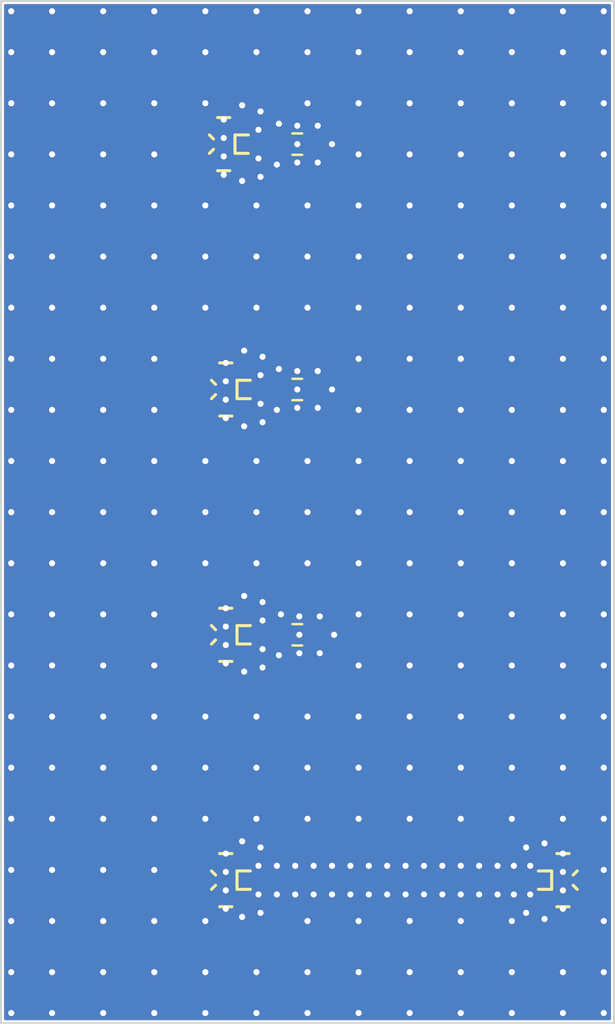
<source format=kicad_pcb>
(kicad_pcb (version 20211014) (generator pcbnew)
  (layers (0 "F.Cu" signal) (1 "In1.Cu" signal) (2 "In2.Cu" signal) (31 "B.Cu" signal) (34 "B.Paste" user) (35 "F.Paste" user) (36 "B.SilkS" user "B.Silkscreen") (37 "F.SilkS" user "F.Silkscreen") (38 "B.Mask" user) (39 "F.Mask" user) (44 "Edge.Cuts" user))
  (net 0 "")
  (net 1 "Net-(R1-Pad1)")
  (net 2 "GND")
  (net 3 "Net-(R2-Pad1)")
  (net 4 "Net-(R3-Pad1)")
  (net 9 "Net-(U4-PadOUT)")
  (footprint "Resistor_SMD:R_0603_1608Metric" (layer "F.Cu") (at 149.5 104)
    (fp_text reference "R2" hide)
    (fp_text value "DNP")
    (fp_line (start -0.237258 0.5225) (end 0.237258 0.5225) (layer "F.SilkS") (width 0.12))
    (fp_line (start -0.237258 -0.5225) (end 0.237258 -0.5225) (layer "F.SilkS") (width 0.12))
    (pad "1" smd roundrect (at -0.825 0) (size 0.8 0.95) (layers "F.Cu" "F.Paste" "F.Mask") (net 3 "Net-(R2-Pad1)"))
    (pad "2" smd roundrect (at 0.825 0) (size 0.8 0.95) (layers "F.Cu" "F.Paste" "F.Mask") (net 2 "GND"))
  )
  (footprint "Resistor_SMD:R_0603_1608Metric" (layer "F.Cu") (at 149.5 92)
    (fp_text reference "R1" hide)
    (fp_text value "0")
    (fp_line (start -0.237258 0.5225) (end 0.237258 0.5225) (layer "F.SilkS") (width 0.12))
    (fp_line (start -0.237258 -0.5225) (end 0.237258 -0.5225) (layer "F.SilkS") (width 0.12))
    (pad "1" smd roundrect (at -0.825 0) (size 0.8 0.95) (layers "F.Cu" "F.Paste" "F.Mask") (net 1 "Net-(R1-Pad1)"))
    (pad "2" smd roundrect (at 0.825 0) (size 0.8 0.95) (layers "F.Cu" "F.Paste" "F.Mask") (net 2 "GND"))
  )
  (footprint "rusty-tracker:MM8130-2600" (layer "F.Cu") (at 146 104 90)
    (fp_text reference "U2" hide)
    (fp_text value "MM8130-2600")
    (fp_line (start 1.3 0.3) (end 1.3 -0.3) (layer "F.SilkS") (width 0.15))
    (fp_line (start -0.45 1.2) (end -0.45 0.55) (layer "F.SilkS") (width 0.15))
    (fp_line (start -1.3 0.3) (end -1.3 -0.3) (layer "F.SilkS") (width 0.15))
    (fp_line (start 0.45 0.55) (end 0.45 1.2) (layer "F.SilkS") (width 0.15))
    (fp_line (start 0.45 -0.7) (end 0.25 -0.5) (layer "F.SilkS") (width 0.15))
    (fp_line (start -0.45 -0.7) (end -0.25 -0.5) (layer "F.SilkS") (width 0.15))
    (fp_line (start -0.45 0.55) (end 0.45 0.55) (layer "F.SilkS") (width 0.15))
    (pad "1" smd rect (at -1.025 -0.95 90) (size 0.75 0.8) (layers "F.Cu" "F.Paste" "F.Mask") (net 2 "GND"))
    (pad "2" smd rect (at 1.025 -0.95 90) (size 0.75 0.8) (layers "F.Cu" "F.Paste" "F.Mask") (net 2 "GND"))
    (pad "3" smd rect (at -1.025 0.95 90) (size 0.75 0.8) (layers "F.Cu" "F.Paste" "F.Mask") (net 2 "GND"))
    (pad "4" smd rect (at 1.025 0.95 90) (size 0.75 0.8) (layers "F.Cu" "F.Paste" "F.Mask") (net 2 "GND"))
    (pad "IN" smd rect (at 0 -1.16 90) (size 0.5 0.58) (layers "F.Cu" "F.Paste" "F.Mask"))
    (pad "OUT" smd rect (at 0 1.16 90) (size 0.5 0.58) (layers "F.Cu" "F.Paste" "F.Mask") (net 3 "Net-(R2-Pad1)"))
    (zone (net 0) (net_name "") (layer "F.Cu") (connect_pads (clearance 0)) (min_thickness 0.01)
      (keepout (tracks allowed) (vias allowed) (pads allowed) (copperpour not_allowed) (footprints allowed))
      (fill (thermal_gap 0.508) (thermal_bridge_width 0.508))
      (polygon (pts (xy 144.65 104.65) (xy 144.65 103.35) (xy 145.45 103.35) (xy 145.45 104.65)))
    )
    (zone (net 0) (net_name "") (layer "F.Cu") (connect_pads (clearance 0)) (min_thickness 0.01)
      (keepout (tracks allowed) (vias allowed) (pads allowed) (copperpour not_allowed) (footprints allowed))
      (fill (thermal_gap 0.508) (thermal_bridge_width 0.508))
      (polygon (pts (xy 146.55 104.65) (xy 146.55 103.35) (xy 147.35 103.35) (xy 147.35 104.65)))
    )
  )
  (footprint "Resistor_SMD:R_0603_1608Metric" (layer "F.Cu") (at 149.5 116)
    (fp_text reference "R3" hide)
    (fp_text value "50")
    (fp_line (start -0.237258 0.5225) (end 0.237258 0.5225) (layer "F.SilkS") (width 0.12))
    (fp_line (start -0.237258 -0.5225) (end 0.237258 -0.5225) (layer "F.SilkS") (width 0.12))
    (pad "1" smd roundrect (at -0.825 0) (size 0.8 0.95) (layers "F.Cu" "F.Paste" "F.Mask") (net 4 "Net-(R3-Pad1)"))
    (pad "2" smd roundrect (at 0.825 0) (size 0.8 0.95) (layers "F.Cu" "F.Paste" "F.Mask") (net 2 "GND"))
  )
  (footprint "rusty-tracker:MM8130-2600" (layer "F.Cu") (at 162.5 128 -90)
    (fp_text reference "U4" hide)
    (fp_text value "MM8130-2600")
    (fp_line (start -0.45 0.55) (end 0.45 0.55) (layer "F.SilkS") (width 0.15))
    (fp_line (start -1.3 0.3) (end -1.3 -0.3) (layer "F.SilkS") (width 0.15))
    (fp_line (start -0.45 -0.7) (end -0.25 -0.5) (layer "F.SilkS") (width 0.15))
    (fp_line (start -0.45 1.2) (end -0.45 0.55) (layer "F.SilkS") (width 0.15))
    (fp_line (start 1.3 0.3) (end 1.3 -0.3) (layer "F.SilkS") (width 0.15))
    (fp_line (start 0.45 0.55) (end 0.45 1.2) (layer "F.SilkS") (width 0.15))
    (fp_line (start 0.45 -0.7) (end 0.25 -0.5) (layer "F.SilkS") (width 0.15))
    (pad "1" smd rect (at -1.025 -0.95 270) (size 0.75 0.8) (layers "F.Cu" "F.Paste" "F.Mask") (net 2 "GND"))
    (pad "2" smd rect (at 1.025 -0.95 270) (size 0.75 0.8) (layers "F.Cu" "F.Paste" "F.Mask") (net 2 "GND"))
    (pad "3" smd rect (at -1.025 0.95 270) (size 0.75 0.8) (layers "F.Cu" "F.Paste" "F.Mask") (net 2 "GND"))
    (pad "4" smd rect (at 1.025 0.95 270) (size 0.75 0.8) (layers "F.Cu" "F.Paste" "F.Mask") (net 2 "GND"))
    (pad "IN" smd rect (at 0 -1.16 270) (size 0.5 0.58) (layers "F.Cu" "F.Paste" "F.Mask"))
    (pad "OUT" smd rect (at 0 1.16 270) (size 0.5 0.58) (layers "F.Cu" "F.Paste" "F.Mask") (net 9 "Net-(U4-PadOUT)"))
    (zone (net 0) (net_name "") (layer "F.Cu") (connect_pads (clearance 0)) (min_thickness 0.01)
      (keepout (tracks allowed) (vias allowed) (pads allowed) (copperpour not_allowed) (footprints allowed))
      (fill (thermal_gap 0.508) (thermal_bridge_width 0.508))
      (polygon (pts (xy 161.95 127.35) (xy 161.95 128.65) (xy 161.15 128.65) (xy 161.15 127.35)))
    )
    (zone (net 0) (net_name "") (layer "F.Cu") (connect_pads (clearance 0)) (min_thickness 0.01)
      (keepout (tracks allowed) (vias allowed) (pads allowed) (copperpour not_allowed) (footprints allowed))
      (fill (thermal_gap 0.508) (thermal_bridge_width 0.508))
      (polygon (pts (xy 163.85 127.35) (xy 163.85 128.65) (xy 163.05 128.65) (xy 163.05 127.35)))
    )
  )
  (footprint "rusty-tracker:MM8130-2600" (layer "F.Cu") (at 145.9 92 90)
    (fp_text reference "U1" hide)
    (fp_text value "MM8130-2600")
    (fp_line (start -1.3 0.3) (end -1.3 -0.3) (layer "F.SilkS") (width 0.15))
    (fp_line (start 0.45 -0.7) (end 0.25 -0.5) (layer "F.SilkS") (width 0.15))
    (fp_line (start 0.45 0.55) (end 0.45 1.2) (layer "F.SilkS") (width 0.15))
    (fp_line (start -0.45 0.55) (end 0.45 0.55) (layer "F.SilkS") (width 0.15))
    (fp_line (start -0.45 -0.7) (end -0.25 -0.5) (layer "F.SilkS") (width 0.15))
    (fp_line (start 1.3 0.3) (end 1.3 -0.3) (layer "F.SilkS") (width 0.15))
    (fp_line (start -0.45 1.2) (end -0.45 0.55) (layer "F.SilkS") (width 0.15))
    (pad "1" smd rect (at -1.025 -0.95 90) (size 0.75 0.8) (layers "F.Cu" "F.Paste" "F.Mask") (net 2 "GND"))
    (pad "2" smd rect (at 1.025 -0.95 90) (size 0.75 0.8) (layers "F.Cu" "F.Paste" "F.Mask") (net 2 "GND"))
    (pad "3" smd rect (at -1.025 0.95 90) (size 0.75 0.8) (layers "F.Cu" "F.Paste" "F.Mask") (net 2 "GND"))
    (pad "4" smd rect (at 1.025 0.95 90) (size 0.75 0.8) (layers "F.Cu" "F.Paste" "F.Mask") (net 2 "GND"))
    (pad "IN" smd rect (at 0 -1.16 90) (size 0.5 0.58) (layers "F.Cu" "F.Paste" "F.Mask"))
    (pad "OUT" smd rect (at 0 1.16 90) (size 0.5 0.58) (layers "F.Cu" "F.Paste" "F.Mask") (net 1 "Net-(R1-Pad1)"))
    (zone (net 0) (net_name "") (layer "F.Cu") (connect_pads (clearance 0)) (min_thickness 0.01)
      (keepout (tracks allowed) (vias allowed) (pads allowed) (copperpour not_allowed) (footprints allowed))
      (fill (thermal_gap 0.508) (thermal_bridge_width 0.508))
      (polygon (pts (xy 146.45 92.65) (xy 146.45 91.35) (xy 147.25 91.35) (xy 147.25 92.65)))
    )
    (zone (net 0) (net_name "") (layer "F.Cu") (connect_pads (clearance 0)) (min_thickness 0.01)
      (keepout (tracks allowed) (vias allowed) (pads allowed) (copperpour not_allowed) (footprints allowed))
      (fill (thermal_gap 0.508) (thermal_bridge_width 0.508))
      (polygon (pts (xy 144.55 92.65) (xy 144.55 91.35) (xy 145.35 91.35) (xy 145.35 92.65)))
    )
  )
  (footprint "rusty-tracker:MM8130-2600" (layer "F.Cu") (at 146 116 90)
    (fp_text reference "U3" hide)
    (fp_text value "MM8130-2600")
    (fp_line (start 1.3 0.3) (end 1.3 -0.3) (layer "F.SilkS") (width 0.15))
    (fp_line (start -1.3 0.3) (end -1.3 -0.3) (layer "F.SilkS") (width 0.15))
    (fp_line (start -0.45 -0.7) (end -0.25 -0.5) (layer "F.SilkS") (width 0.15))
    (fp_line (start 0.45 0.55) (end 0.45 1.2) (layer "F.SilkS") (width 0.15))
    (fp_line (start -0.45 1.2) (end -0.45 0.55) (layer "F.SilkS") (width 0.15))
    (fp_line (start -0.45 0.55) (end 0.45 0.55) (layer "F.SilkS") (width 0.15))
    (fp_line (start 0.45 -0.7) (end 0.25 -0.5) (layer "F.SilkS") (width 0.15))
    (pad "1" smd rect (at -1.025 -0.95 90) (size 0.75 0.8) (layers "F.Cu" "F.Paste" "F.Mask") (net 2 "GND"))
    (pad "2" smd rect (at 1.025 -0.95 90) (size 0.75 0.8) (layers "F.Cu" "F.Paste" "F.Mask") (net 2 "GND"))
    (pad "3" smd rect (at -1.025 0.95 90) (size 0.75 0.8) (layers "F.Cu" "F.Paste" "F.Mask") (net 2 "GND"))
    (pad "4" smd rect (at 1.025 0.95 90) (size 0.75 0.8) (layers "F.Cu" "F.Paste" "F.Mask") (net 2 "GND"))
    (pad "IN" smd rect (at 0 -1.16 90) (size 0.5 0.58) (layers "F.Cu" "F.Paste" "F.Mask"))
    (pad "OUT" smd rect (at 0 1.16 90) (size 0.5 0.58) (layers "F.Cu" "F.Paste" "F.Mask") (net 4 "Net-(R3-Pad1)"))
    (zone (net 0) (net_name "") (layer "F.Cu") (connect_pads (clearance 0)) (min_thickness 0.01)
      (keepout (tracks allowed) (vias allowed) (pads allowed) (copperpour not_allowed) (footprints allowed))
      (fill (thermal_gap 0.508) (thermal_bridge_width 0.508))
      (polygon (pts (xy 144.65 116.65) (xy 144.65 115.35) (xy 145.45 115.35) (xy 145.45 116.65)))
    )
    (zone (net 0) (net_name "") (layer "F.Cu") (connect_pads (clearance 0)) (min_thickness 0.01)
      (keepout (tracks allowed) (vias allowed) (pads allowed) (copperpour not_allowed) (footprints allowed))
      (fill (thermal_gap 0.508) (thermal_bridge_width 0.508))
      (polygon (pts (xy 146.55 116.65) (xy 146.55 115.35) (xy 147.35 115.35) (xy 147.35 116.65)))
    )
  )
  (footprint "rusty-tracker:MM8130-2600" (layer "F.Cu") (at 146 128 90)
    (fp_text reference "U5" hide)
    (fp_text value "MM8130-2600")
    (fp_line (start -0.45 -0.7) (end -0.25 -0.5) (layer "F.SilkS") (width 0.15))
    (fp_line (start 1.3 0.3) (end 1.3 -0.3) (layer "F.SilkS") (width 0.15))
    (fp_line (start 0.45 0.55) (end 0.45 1.2) (layer "F.SilkS") (width 0.15))
    (fp_line (start -0.45 0.55) (end 0.45 0.55) (layer "F.SilkS") (width 0.15))
    (fp_line (start -1.3 0.3) (end -1.3 -0.3) (layer "F.SilkS") (width 0.15))
    (fp_line (start 0.45 -0.7) (end 0.25 -0.5) (layer "F.SilkS") (width 0.15))
    (fp_line (start -0.45 1.2) (end -0.45 0.55) (layer "F.SilkS") (width 0.15))
    (pad "1" smd rect (at -1.025 -0.95 90) (size 0.75 0.8) (layers "F.Cu" "F.Paste" "F.Mask") (net 2 "GND"))
    (pad "2" smd rect (at 1.025 -0.95 90) (size 0.75 0.8) (layers "F.Cu" "F.Paste" "F.Mask") (net 2 "GND"))
    (pad "3" smd rect (at -1.025 0.95 90) (size 0.75 0.8) (layers "F.Cu" "F.Paste" "F.Mask") (net 2 "GND"))
    (pad "4" smd rect (at 1.025 0.95 90) (size 0.75 0.8) (layers "F.Cu" "F.Paste" "F.Mask") (net 2 "GND"))
    (pad "IN" smd rect (at 0 -1.16 90) (size 0.5 0.58) (layers "F.Cu" "F.Paste" "F.Mask"))
    (pad "OUT" smd rect (at 0 1.16 90) (size 0.5 0.58) (layers "F.Cu" "F.Paste" "F.Mask") (net 9 "Net-(U4-PadOUT)"))
    (zone (net 0) (net_name "") (layer "F.Cu") (connect_pads (clearance 0)) (min_thickness 0.01)
      (keepout (tracks allowed) (vias allowed) (pads allowed) (copperpour not_allowed) (footprints allowed))
      (fill (thermal_gap 0.508) (thermal_bridge_width 0.508))
      (polygon (pts (xy 146.55 128.65) (xy 146.55 127.35) (xy 147.35 127.35) (xy 147.35 128.65)))
    )
    (zone (net 0) (net_name "") (layer "F.Cu") (connect_pads (clearance 0)) (min_thickness 0.01)
      (keepout (tracks allowed) (vias allowed) (pads allowed) (copperpour not_allowed) (footprints allowed))
      (fill (thermal_gap 0.508) (thermal_bridge_width 0.508))
      (polygon (pts (xy 144.65 128.65) (xy 144.65 127.35) (xy 145.45 127.35) (xy 145.45 128.65)))
    )
  )
  (gr_rect (start 135 85) (end 165 135) (layer "Edge.Cuts") (width 0.1) (fill none))
  (segment (start 147.06 92) (end 148.675 92) (width 0.34938) (layer "F.Cu") (net 1))
  (via (at 137.5 92.5) (size 0.6) (drill 0.3) (layers "F.Cu" "B.Cu") (net 2))
  (via (at 152.5 87.5) (size 0.6) (drill 0.3) (layers "F.Cu" "B.Cu") (net 2))
  (via (at 155.7 128.7) (size 0.6) (drill 0.3) (layers "F.Cu" "B.Cu") (net 2))
  (via (at 135.5 134.5) (size 0.6) (drill 0.3) (layers "F.Cu" "B.Cu") (net 2))
  (via (at 137.5 120) (size 0.6) (drill 0.3) (layers "F.Cu" "B.Cu") (net 2))
  (via (at 152.5 117.5) (size 0.6) (drill 0.3) (layers "F.Cu" "B.Cu") (net 2))
  (via (at 147.8 114.4) (size 0.6) (drill 0.3) (layers "F.Cu" "B.Cu") (net 2))
  (via (at 162.5 129.4) (size 0.6) (drill 0.3) (layers "F.Cu" "B.Cu") (net 2))
  (via (at 145 112.5) (size 0.6) (drill 0.3) (layers "F.Cu" "B.Cu") (net 2))
  (via (at 164.5 134.5) (size 0.6) (drill 0.3) (layers "F.Cu" "B.Cu") (net 2))
  (via (at 142.5 90) (size 0.6) (drill 0.3) (layers "F.Cu" "B.Cu") (net 2))
  (via (at 155 112.5) (size 0.6) (drill 0.3) (layers "F.Cu" "B.Cu") (net 2))
  (via (at 162.5 120) (size 0.6) (drill 0.3) (layers "F.Cu" "B.Cu") (net 2))
  (via (at 146 129.4) (size 0.6) (drill 0.3) (layers "F.Cu" "B.Cu") (net 2))
  (via (at 140 87.5) (size 0.6) (drill 0.3) (layers "F.Cu" "B.Cu") (net 2))
  (via (at 135.5 85.5) (size 0.6) (drill 0.3) (layers "F.Cu" "B.Cu") (net 2))
  (via (at 153 127.3) (size 0.6) (drill 0.3) (layers "F.Cu" "B.Cu") (net 2))
  (via (at 164.5 122.5) (size 0.6) (drill 0.3) (layers "F.Cu" "B.Cu") (net 2))
  (via (at 147.6 92.7) (size 0.6) (drill 0.3) (layers "F.Cu" "B.Cu") (net 2))
  (via (at 140 125) (size 0.6) (drill 0.3) (layers "F.Cu" "B.Cu") (net 2))
  (via (at 155 122.5) (size 0.6) (drill 0.3) (layers "F.Cu" "B.Cu") (net 2))
  (via (at 146.8 90.1) (size 0.6) (drill 0.3) (layers "F.Cu" "B.Cu") (net 2))
  (via (at 160 105) (size 0.6) (drill 0.3) (layers "F.Cu" "B.Cu") (net 2))
  (via (at 157.5 90) (size 0.6) (drill 0.3) (layers "F.Cu" "B.Cu") (net 2))
  (via (at 164.5 87.5) (size 0.6) (drill 0.3) (layers "F.Cu" "B.Cu") (net 2))
  (via (at 145 130) (size 0.6) (drill 0.3) (layers "F.Cu" "B.Cu") (net 2))
  (via (at 147.8 102.4) (size 0.6) (drill 0.3) (layers "F.Cu" "B.Cu") (net 2))
  (via (at 162.5 110) (size 0.6) (drill 0.3) (layers "F.Cu" "B.Cu") (net 2))
  (via (at 142.5 95) (size 0.6) (drill 0.3) (layers "F.Cu" "B.Cu") (net 2))
  (via (at 150.6 116.9) (size 0.6) (drill 0.3) (layers "F.Cu" "B.Cu") (net 2))
  (via (at 135.5 125) (size 0.6) (drill 0.3) (layers "F.Cu" "B.Cu") (net 2))
  (via (at 149.5 104) (size 0.6) (drill 0.3) (layers "F.Cu" "B.Cu") (net 2))
  (via (at 155 117.5) (size 0.6) (drill 0.3) (layers "F.Cu" "B.Cu") (net 2))
  (via (at 157.5 87.5) (size 0.6) (drill 0.3) (layers "F.Cu" "B.Cu") (net 2))
  (via (at 164.5 132.5) (size 0.6) (drill 0.3) (layers "F.Cu" "B.Cu") (net 2))
  (via (at 145.9 91.7) (size 0.6) (drill 0.3) (layers "F.Cu" "B.Cu") (net 2))
  (via (at 162.5 117.5) (size 0.6) (drill 0.3) (layers "F.Cu" "B.Cu") (net 2))
  (via (at 155 90) (size 0.6) (drill 0.3) (layers "F.Cu" "B.Cu") (net 2))
  (via (at 135.5 110) (size 0.6) (drill 0.3) (layers "F.Cu" "B.Cu") (net 2))
  (via (at 142.5 107.5) (size 0.6) (drill 0.3) (layers "F.Cu" "B.Cu") (net 2))
  (via (at 152.5 105) (size 0.6) (drill 0.3) (layers "F.Cu" "B.Cu") (net 2))
  (via (at 162.5 102.5) (size 0.6) (drill 0.3) (layers "F.Cu" "B.Cu") (net 2))
  (via (at 150 130) (size 0.6) (drill 0.3) (layers "F.Cu" "B.Cu") (net 2))
  (via (at 154.8 127.3) (size 0.6) (drill 0.3) (layers "F.Cu" "B.Cu") (net 2))
  (via (at 148.5 127.3) (size 0.6) (drill 0.3) (layers "F.Cu" "B.Cu") (net 2))
  (via (at 145 110) (size 0.6) (drill 0.3) (layers "F.Cu" "B.Cu") (net 2))
  (via (at 162.5 107.5) (size 0.6) (drill 0.3) (layers "F.Cu" "B.Cu") (net 2))
  (via (at 147.7 104.7) (size 0.6) (drill 0.3) (layers "F.Cu" "B.Cu") (net 2))
  (via (at 153.9 127.3) (size 0.6) (drill 0.3) (layers "F.Cu" "B.Cu") (net 2))
  (via (at 152.5 102.5) (size 0.6) (drill 0.3) (layers "F.Cu" "B.Cu") (net 2))
  (via (at 154.8 128.7) (size 0.6) (drill 0.3) (layers "F.Cu" "B.Cu") (net 2))
  (via (at 150 87.5) (size 0.6) (drill 0.3) (layers "F.Cu" "B.Cu") (net 2))
  (via (at 137.5 117.5) (size 0.6) (drill 0.3) (layers "F.Cu" "B.Cu") (net 2))
  (via (at 137.5 130) (size 0.6) (drill 0.3) (layers "F.Cu" "B.Cu") (net 2))
  (via (at 155 120) (size 0.6) (drill 0.3) (layers "F.Cu" "B.Cu") (net 2))
  (via (at 140 112.5) (size 0.6) (drill 0.3) (layers "F.Cu" "B.Cu") (net 2))
  (via (at 164.5 115) (size 0.6) (drill 0.3) (layers "F.Cu" "B.Cu") (net 2))
  (via (at 147.5 95) (size 0.6) (drill 0.3) (layers "F.Cu" "B.Cu") (net 2))
  (via (at 150 90) (size 0.6) (drill 0.3) (layers "F.Cu" "B.Cu") (net 2))
  (via (at 142.5 115) (size 0.6) (drill 0.3) (layers "F.Cu" "B.Cu") (net 2))
  (via (at 135.5 132.5) (size 0.6) (drill 0.3) (layers "F.Cu" "B.Cu") (net 2))
  (via (at 146.9 117.8) (size 0.6) (drill 0.3) (layers "F.Cu" "B.Cu") (net 2))
  (via (at 157.5 107.5) (size 0.6) (drill 0.3) (layers "F.Cu" "B.Cu") (net 2))
  (via (at 147.5 85.5) (size 0.6) (drill 0.3) (layers "F.Cu" "B.Cu") (net 2))
  (via (at 155 125) (size 0.6) (drill 0.3) (layers "F.Cu" "B.Cu") (net 2))
  (via (at 145 125) (size 0.6) (drill 0.3) (layers "F.Cu" "B.Cu") (net 2))
  (via (at 150 85.5) (size 0.6) (drill 0.3) (layers "F.Cu" "B.Cu") (net 2))
  (via (at 162.5 132.5) (size 0.6) (drill 0.3) (layers "F.Cu" "B.Cu") (net 2))
  (via (at 160 122.5) (size 0.6) (drill 0.3) (layers "F.Cu" "B.Cu") (net 2))
  (via (at 147.5 87.5) (size 0.6) (drill 0.3) (layers "F.Cu" "B.Cu") (net 2))
  (via (at 157.5 105) (size 0.6) (drill 0.3) (layers "F.Cu" "B.Cu") (net 2))
  (via (at 137.5 132.5) (size 0.6) (drill 0.3) (layers "F.Cu" "B.Cu") (net 2))
  (via (at 137.5 95) (size 0.6) (drill 0.3) (layers "F.Cu" "B.Cu") (net 2))
  (via (at 140 130) (size 0.6) (drill 0.3) (layers "F.Cu" "B.Cu") (net 2))
  (via (at 137.5 97.5) (size 0.6) (drill 0.3) (layers "F.Cu" "B.Cu") (net 2))
  (via (at 142.5 102.5) (size 0.6) (drill 0.3) (layers "F.Cu" "B.Cu") (net 2))
  (via (at 164.5 95) (size 0.6) (drill 0.3) (layers "F.Cu" "B.Cu") (net 2))
  (via (at 157.5 125) (size 0.6) (drill 0.3) (layers "F.Cu" "B.Cu") (net 2))
  (via (at 145 122.5) (size 0.6) (drill 0.3) (layers "F.Cu" "B.Cu") (net 2))
  (via (at 153 128.7) (size 0.6) (drill 0.3) (layers "F.Cu" "B.Cu") (net 2))
  (via (at 160 85.5) (size 0.6) (drill 0.3) (layers "F.Cu" "B.Cu") (net 2))
  (via (at 155 97.5) (size 0.6) (drill 0.3) (layers "F.Cu" "B.Cu") (net 2))
  (via (at 157.5 130) (size 0.6) (drill 0.3) (layers "F.Cu" "B.Cu") (net 2))
  (via (at 135.5 115) (size 0.6) (drill 0.3) (layers "F.Cu" "B.Cu") (net 2))
  (via (at 159.3 128.7) (size 0.6) (drill 0.3) (layers "F.Cu" "B.Cu") (net 2))
  (via (at 140 134.5) (size 0.6) (drill 0.3) (layers "F.Cu" "B.Cu") (net 2))
  (via (at 147.8 105.6) (size 0.6) (drill 0.3) (layers "F.Cu" "B.Cu") (net 2))
  (via (at 147.8 115.3) (size 0.6) (drill 0.3) (layers "F.Cu" "B.Cu") (net 2))
  (via (at 145 87.5) (size 0.6) (drill 0.3) (layers "F.Cu" "B.Cu") (net 2))
  (via (at 146.8 129.8) (size 0.6) (drill 0.3) (layers "F.Cu" "B.Cu") (net 2))
  (via (at 152.5 95) (size 0.6) (drill 0.3) (layers "F.Cu" "B.Cu") (net 2))
  (via (at 135.5 102.5) (size 0.6) (drill 0.3) (layers "F.Cu" "B.Cu") (net 2))
  (via (at 160 132.5) (size 0.6) (drill 0.3) (layers "F.Cu" "B.Cu") (net 2))
  (via (at 160 90) (size 0.6) (drill 0.3) (layers "F.Cu" "B.Cu") (net 2))
  (via (at 137.5 102.5) (size 0.6) (drill 0.3) (layers "F.Cu" "B.Cu") (net 2))
  (via (at 147.6 128.7) (size 0.6) (drill 0.3) (layers "F.Cu" "B.Cu") (net 2))
  (via (at 157.5 102.5) (size 0.6) (drill 0.3) (layers "F.Cu" "B.Cu") (net 2))
  (via (at 152.1 128.7) (size 0.6) (drill 0.3) (layers "F.Cu" "B.Cu") (net 2))
  (via (at 135.5 122.5) (size 0.6) (drill 0.3) (layers "F.Cu" "B.Cu") (net 2))
  (via (at 147.5 125) (size 0.6) (drill 0.3) (layers "F.Cu" "B.Cu") (net 2))
  (via (at 135.5 120) (size 0.6) (drill 0.3) (layers "F.Cu" "B.Cu") (net 2))
  (via (at 135.5 105) (size 0.6) (drill 0.3) (layers "F.Cu" "B.Cu") (net 2))
  (via (at 142.5 132.5) (size 0.6) (drill 0.3) (layers "F.Cu" "B.Cu") (net 2))
  (via (at 148.6 103) (size 0.6) (drill 0.3) (layers "F.Cu" "B.Cu") (net 2))
  (via (at 162.5 95) (size 0.6) (drill 0.3) (layers "F.Cu" "B.Cu") (net 2))
  (via (at 155 85.5) (size 0.6) (drill 0.3) (layers "F.Cu" "B.Cu") (net 2))
  (via (at 152.5 100) (size 0.6) (drill 0.3) (layers "F.Cu" "B.Cu") (net 2))
  (via (at 164.5 125) (size 0.6) (drill 0.3) (layers "F.Cu" "B.Cu") (net 2))
  (via (at 146 114.7) (size 0.6) (drill 0.3) (layers "F.Cu" "B.Cu") (net 2))
  (via (at 149.5 92.9) (size 0.6) (drill 0.3) (layers "F.Cu" "B.Cu") (net 2))
  (via (at 147.5 107.5) (size 0.6) (drill 0.3) (layers "F.Cu" "B.Cu") (net 2))
  (via (at 152.5 122.5) (size 0.6) (drill 0.3) (layers "F.Cu" "B.Cu") (net 2))
  (via (at 158.4 128.7) (size 0.6) (drill 0.3) (layers "F.Cu" "B.Cu") (net 2))
  (via (at 155 92.5) (size 0.6) (drill 0.3) (layers "F.Cu" "B.Cu") (net 2))
  (via (at 152.5 115) (size 0.6) (drill 0.3) (layers "F.Cu" "B.Cu") (net 2))
  (via (at 149.6 116) (size 0.6) (drill 0.3) (layers "F.Cu" "B.Cu") (net 2))
  (via (at 146.9 114.1) (size 0.6) (drill 0.3) (layers "F.Cu" "B.Cu") (net 2))
  (via (at 142.5 122.5) (size 0.6) (drill 0.3) (layers "F.Cu" "B.Cu") (net 2))
  (via (at 142.5 130) (size 0.6) (drill 0.3) (layers "F.Cu" "B.Cu") (net 2))
  (via (at 152.5 120) (size 0.6) (drill 0.3) (layers "F.Cu" "B.Cu") (net 2))
  (via (at 160.1 128.7) (size 0.6) (drill 0.3) (layers "F.Cu" "B.Cu") (net 2))
  (via (at 160 107.5) (size 0.6) (drill 0.3) (layers "F.Cu" "B.Cu") (net 2))
  (via (at 147.7 129.6) (size 0.6) (drill 0.3) (layers "F.Cu" "B.Cu") (net 2))
  (via (at 162.5 85.5) (size 0.6) (drill 0.3) (layers "F.Cu" "B.Cu") (net 2))
  (via (at 162.5 87.5) (size 0.6) (drill 0.3) (layers "F.Cu" "B.Cu") (net 2))
  (via (at 162.5 97.5) (size 0.6) (drill 0.3) (layers "F.Cu" "B.Cu") (net 2))
  (via (at 160 130) (size 0.6) (drill 0.3) (layers "F.Cu" "B.Cu") (net 2))
  (via (at 157.5 128.7) (size 0.6) (drill 0.3) (layers "F.Cu" "B.Cu") (net 2))
  (via (at 146.8 126.1) (size 0.6) (drill 0.3) (layers "F.Cu" "B.Cu") (net 2))
  (via (at 151.3 116) (size 0.6) (drill 0.3) (layers "F.Cu" "B.Cu") (net 2))
  (via (at 151.2 104) (size 0.6) (drill 0.3) (layers "F.Cu" "B.Cu") (net 2))
  (via (at 160 110) (size 0.6) (drill 0.3) (layers "F.Cu" "B.Cu") (net 2))
  (via (at 155 100) (size 0.6) (drill 0.3) (layers "F.Cu" "B.Cu") (net 2))
  (via (at 148.5 128.7) (size 0.6) (drill 0.3) (layers "F.Cu" "B.Cu") (net 2))
  (via (at 146.9 105.8) (size 0.6) (drill 0.3) (layers "F.Cu" "B.Cu") (net 2))
  (via (at 160.7 126.4) (size 0.6) (drill 0.3) (layers "F.Cu" "B.Cu") (net 2))
  (via (at 155 130) (size 0.6) (drill 0.3) (layers "F.Cu" "B.Cu") (net 2))
  (via (at 162.5 105) (size 0.6) (drill 0.3) (layers "F.Cu" "B.Cu") (net 2))
  (via (at 150 125) (size 0.6) (drill 0.3) (layers "F.Cu" "B.Cu") (net 2))
  (via (at 150 107.5) (size 0.6) (drill 0.3) (layers "F.Cu" "B.Cu") (net 2))
  (via (at 140 107.5) (size 0.6) (drill 0.3) (layers "F.Cu" "B.Cu") (net 2))
  (via (at 145 95) (size 0.6) (drill 0.3) (layers "F.Cu" "B.Cu") (net 2))
  (via (at 160.9 128.7) (size 0.6) (drill 0.3) (layers "F.Cu" "B.Cu") (net 2))
  (via (at 140 115) (size 0.6) (drill 0.3) (layers "F.Cu" "B.Cu") (net 2))
  (via (at 148.7 115) (size 0.6) (drill 0.3) (layers "F.Cu" "B.Cu") (net 2))
  (via (at 160 92.5) (size 0.6) (drill 0.3) (layers "F.Cu" "B.Cu") (net 2))
  (via (at 160 97.5) (size 0.6) (drill 0.3) (layers "F.Cu" "B.Cu") (net 2))
  (via (at 150.3 128.7) (size 0.6) (drill 0.3) (layers "F.Cu" "B.Cu") (net 2))
  (via (at 135.5 97.5) (size 0.6) (drill 0.3) (layers "F.Cu" "B.Cu") (net 2))
  (via (at 155 115) (size 0.6) (drill 0.3) (layers "F.Cu" "B.Cu") (net 2))
  (via (at 149.6 115.1) (size 0.6) (drill 0.3) (layers "F.Cu" "B.Cu") (net 2))
  (via (at 160.1 127.3) (size 0.6) (drill 0.3) (layers "F.Cu" "B.Cu") (net 2))
  (via (at 140 100) (size 0.6) (drill 0.3) (layers "F.Cu" "B.Cu") (net 2))
  (via (at 150 132.5) (size 0.6) (drill 0.3) (layers "F.Cu" "B.Cu") (net 2))
  (via (at 142.5 97.5) (size 0.6) (drill 0.3) (layers "F.Cu" "B.Cu") (net 2))
  (via (at 135.5 117.5) (size 0.6) (drill 0.3) (layers "F.Cu" "B.Cu") (net 2))
  (via (at 156.6 127.3) (size 0.6) (drill 0.3) (layers "F.Cu" "B.Cu") (net 2))
  (via (at 137.5 134.5) (size 0.6) (drill 0.3) (layers "F.Cu" "B.Cu") (net 2))
  (via (at 152.5 97.5) (size 0.6) (drill 0.3) (layers "F.Cu" "B.Cu") (net 2))
  (via (at 142.5 125) (size 0.6) (drill 0.3) (layers "F.Cu" "B.Cu") (net 2))
  (via (at 159.3 127.3) (size 0.6) (drill 0.3) (layers "F.Cu" "B.Cu") (net 2))
  (via (at 147.5 97.5) (size 0.6) (drill 0.3) (layers "F.Cu" "B.Cu") (net 2))
  (via (at 135.5 130) (size 0.6) (drill 0.3) (layers "F.Cu" "B.Cu") (net 2))
  (via (at 142.5 112.5) (size 0.6) (drill 0.3) (layers "F.Cu" "B.Cu") (net 2))
  (via (at 147.8 117.6) (size 0.6) (drill 0.3) (layers "F.Cu" "B.Cu") (net 2))
  (via (at 140 110) (size 0.6) (drill 0.3) (layers "F.Cu" "B.Cu") (net 2))
  (via (at 137.5 87.5) (size 0.6) (drill 0.3) (layers "F.Cu" "B.Cu") (net 2))
  (via (at 146 117.4) (size 0.6) (drill 0.3) (layers "F.Cu" "B.Cu") (net 2))
  (via (at 147.5 100) (size 0.6) (drill 0.3) (layers "F.Cu" "B.Cu") (net 2))
  (via (at 162.5 122.5) (size 0.6) (drill 0.3) (layers "F.Cu" "B.Cu") (net 2))
  (via (at 140 122.5) (size 0.6) (drill 0.3) (layers "F.Cu" "B.Cu") (net 2))
  (via (at 137.5 105) (size 0.6) (drill 0.3) (layers "F.Cu" "B.Cu") (net 2))
  (via (at 155 110) (size 0.6) (drill 0.3) (layers "F.Cu" "B.Cu") (net 2))
  (via (at 150 110) (size 0.6) (drill 0.3) (layers "F.Cu" "B.Cu") (net 2))
  (via (at 164.5 97.5) (size 0.6) (drill 0.3) (layers "F.Cu" "B.Cu") (net 2))
  (via (at 149.4 127.3) (size 0.6) (drill 0.3) (layers "F.Cu" "B.Cu") (net 2))
  (via (at 164.5 130) (size 0.6) (drill 0.3) (layers "F.Cu" "B.Cu") (net 2))
  (via (at 148.6 91) (size 0.6) (drill 0.3) (layers "F.Cu" "B.Cu") (net 2))
  (via (at 145 134.5) (size 0.6) (drill 0.3) (layers "F.Cu" "B.Cu") (net 2))
  (via (at 157.5 110) (size 0.6) (drill 0.3) (layers "F.Cu" "B.Cu") (net 2))
  (via (at 142.5 100) (size 0.6) (drill 0.3) (layers "F.Cu" "B.Cu") (net 2))
  (via (at 152.5 85.5) (size 0.6) (drill 0.3) (layers "F.Cu" "B.Cu") (net 2))
  (via (at 152.5 132.5) (size 0.6) (drill 0.3) (layers "F.Cu" "B.Cu") (net 2))
  (via (at 157.5 127.3) (size 0.6) (drill 0.3) (layers "F.Cu" "B.Cu") (net 2))
  (via (at 145 107.5) (size 0.6) (drill 0.3) (layers "F.Cu" "B.Cu") (net 2))
  (via (at 142.5 85.5) (size 0.6) (drill 0.3) (layers "F.Cu" "B.Cu") (net 2))
  (via (at 142.5 105) (size 0.6) (drill 0.3) (layers "F.Cu" "B.Cu") (net 2))
  (via (at 142.5 92.5) (size 0.6) (drill 0.3) (layers "F.Cu" "B.Cu") (net 2))
  (via (at 164.5 107.5) (size 0.6) (drill 0.3) (layers "F.Cu" "B.Cu") (net 2))
  (via (at 150.5 103.1) (size 0.6) (drill 0.3) (layers "F.Cu" "B.Cu") (net 2))
  (via (at 135.5 107.5) (size 0.6) (drill 0.3) (layers "F.Cu" "B.Cu") (net 2))
  (via (at 160 125) (size 0.6) (drill 0.3) (layers "F.Cu" "B.Cu") (net 2))
  (via (at 152.5 112.5) (size 0.6) (drill 0.3) (layers "F.Cu" "B.Cu") (net 2))
  (via (at 164.5 112.5) (size 0.6) (drill 0.3) (layers "F.Cu" "B.Cu") (net 2))
  (via (at 147.5 122.5) (size 0.6) (drill 0.3) (layers "F.Cu" "B.Cu") (net 2))
  (via (at 155 132.5) (size 0.6) (drill 0.3) (layers "F.Cu" "B.Cu") (net 2))
  (via (at 164.5 92.5) (size 0.6) (drill 0.3) (layers "F.Cu" "B.Cu") (net 2))
  (via (at 155 87.5) (size 0.6) (drill 0.3) (layers "F.Cu" "B.Cu") (net 2))
  (via (at 135.5 112.5) (size 0.6) (drill 0.3) (layers "F.Cu" "B.Cu") (net 2))
  (via (at 140 120) (size 0.6) (drill 0.3) (layers "F.Cu" "B.Cu") (net 2))
  (via (at 149.4 128.7) (size 0.6) (drill 0.3) (layers "F.Cu" "B.Cu") (net 2))
  (via (at 153.9 128.7) (size 0.6) (drill 0.3) (layers "F.Cu" "B.Cu") (net 2))
  (via (at 146 105.4) (size 0.6) (drill 0.3) (layers "F.Cu" "B.Cu") (net 2))
  (via (at 147.6 127.3) (size 0.6) (drill 0.3) (layers "F.Cu" "B.Cu") (net 2))
  (via (at 135.5 127.5) (size 0.6) (drill 0.3) (layers "F.Cu" "B.Cu") (net 2))
  (via (at 156.6 128.7) (size 0.6) (drill 0.3) (layers "F.Cu" "B.Cu") (net 2))
  (via (at 150 120) (size 0.6) (drill 0.3) (layers "F.Cu" "B.Cu") (net 2))
  (via (at 155.7 127.3) (size 0.6) (drill 0.3) (layers "F.Cu" "B.Cu") (net 2))
  (via (at 157.5 120) (size 0.6) (drill 0.3) (layers "F.Cu" "B.Cu") (net 2))
  (via (at 158.4 127.3) (size 0.6) (drill 0.3) (layers "F.Cu" "B.Cu") (net 2))
  (via (at 157.5 100) (size 0.6) (drill 0.3) (layers "F.Cu" "B.Cu") (net 2))
  (via (at 142.5 110) (size 0.6) (drill 0.3) (layers "F.Cu" "B.Cu") (net 2))
  (via (at 147.7 103.3) (size 0.6) (drill 0.3) (layers "F.Cu" "B.Cu") (net 2))
  (via (at 152.5 107.5) (size 0.6) (drill 0.3) (layers "F.Cu" "B.Cu") (net 2))
  (via (at 137.5 100) (size 0.6) (drill 0.3) (layers "F.Cu" "B.Cu") (net 2))
  (via (at 157.5 97.5) (size 0.6) (drill 0.3) (layers "F.Cu" "B.Cu") (net 2))
  (via (at 147.5 134.5) (size 0.6) (drill 0.3) (layers "F.Cu" "B.Cu") (net 2))
  (via (at 157.5 117.5) (size 0.6) (drill 0.3) (layers "F.Cu" "B.Cu") (net 2))
  (via (at 142.5 117.5) (size 0.6) (drill 0.3) (layers "F.Cu" "B.Cu") (net 2))
  (via (at 147.7 126.4) (size 0.6) (drill 0.3) (layers "F.Cu" "B.Cu") (net 2))
  (via (at 140 90) (size 0.6) (drill 0.3) (layers "F.Cu" "B.Cu") (net 2))
  (via (at 148.6 117) (size 0.6) (drill 0.3) (layers "F.Cu" "B.Cu") (net 2))
  (via (at 146 115.6) (size 0.6) (drill 0.3) (layers "F.Cu" "B.Cu") (net 2))
  (via (at 146 126.7) (size 0.6) (drill 0.3) (layers "F.Cu" "B.Cu") (net 2))
  (via (at 164.5 102.5) (size 0.6) (drill 0.3) (layers "F.Cu" "B.Cu") (net 2))
  (via (at 155 102.5) (size 0.6) (drill 0.3) (layers "F.Cu" "B.Cu") (net 2))
  (via (at 151.2 128.7) (size 0.6) (drill 0.3) (layers "F.Cu" "B.Cu") (net 2))
  (via (at 140 117.5) (size 0.6) (drill 0.3) (layers "F.Cu" "B.Cu") (net 2))
  (via (at 140 97.5) (size 0.6) (drill 0.3) (layers "F.Cu" "B.Cu") (net 2))
  (via (at 137.5 90) (size 0.6) (drill 0.3) (layers "F.Cu" "B.Cu") (net 2))
  (via (at 147.5 132.5) (size 0.6) (drill 0.3) (layers "F.Cu" "B.Cu") (net 2))
  (via (at 140 85.5) (size 0.6) (drill 0.3) (layers "F.Cu" "B.Cu") (net 2))
  (via (at 155 95) (size 0.6) (drill 0.3) (layers "F.Cu" "B.Cu") (net 2))
  (via (at 160 102.5) (size 0.6) (drill 0.3) (layers "F.Cu" "B.Cu") (net 2))
  (via (at 135.5 95) (size 0.6) (drill 0.3) (layers "F.Cu" "B.Cu") (net 2))
  (via (at 149.5 104.9) (size 0.6) (drill 0.3) (layers "F.Cu" "B.Cu") (net 2))
  (via (at 149.5 92) (size 0.6) (drill 0.3) (layers "F.Cu" "B.Cu") (net 2))
  (via (at 150.3 127.3) (size 0.6) (drill 0.3) (layers "F.Cu" "B.Cu") (net 2))
  (via (at 137.5 115) (size 0.6) (drill 0.3) (layers "F.Cu" "B.Cu") (net 2))
  (via (at 150.5 91.1) (size 0.6) (drill 0.3) (layers "F.Cu" "B.Cu") (net 2))
  (via (at 162.5 100) (size 0.6) (drill 0.3) (layers "F.Cu" "B.Cu") (net 2))
  (via (at 152.5 130) (size 0.6) (drill 0.3) (layers "F.Cu" "B.Cu") (net 2))
  (via (at 164.5 117.5) (size 0.6) (drill 0.3) (layers "F.Cu" "B.Cu") (net 2))
  (via (at 140 95) (size 0.6) (drill 0.3) (layers "F.Cu" "B.Cu") (net 2))
  (via (at 164.5 120) (size 0.6) (drill 0.3) (layers "F.Cu" "B.Cu") (net 2))
  (via (at 137.5 127.5) (size 0.6) (drill 0.3) (layers "F.Cu" "B.Cu") (net 2))
  (via (at 146 104.5) (size 0.6) (drill 0.3) (layers "F.Cu" "B.Cu") (net 2))
  (via (at 137.5 110) (size 0.6) (drill 0.3) (layers "F.Cu" "B.Cu") (net 2))
  (via (at 164.5 127.5) (size 0.6) (drill 0.3) (layers "F.Cu" "B.Cu") (net 2))
  (via (at 135.5 100) (size 0.6) (drill 0.3) (layers "F.Cu" "B.Cu") (net 2))
  (via (at 147.5 112.5) (size 0.6) (drill 0.3) (layers "F.Cu" "B.Cu") (net 2))
  (via (at 157.5 122.5) (size 0.6) (drill 0.3) (layers "F.Cu" "B.Cu") (net 2))
  (via (at 152.5 134.5) (size 0.6) (drill 0.3) (layers "F.Cu" "B.Cu") (net 2))
  (via (at 137.5 112.5) (size 0.6) (drill 0.3) (layers "F.Cu" "B.Cu") (net 2))
  (via (at 161.6 126.2) (size 0.6) (drill 0.3) (layers "F.Cu" "B.Cu") (net 2))
  (via (at 155 134.5) (size 0.6) (drill 0.3) (layers "F.Cu" "B.Cu") (net 2))
  (via (at 161.6 129.9) (size 0.6) (drill 0.3) (layers "F.Cu" "B.Cu") (net 2))
  (via (at 164.5 110) (size 0.6) (drill 0.3) (layers "F.Cu" "B.Cu") (net 2))
  (via (at 155 107.5) (size 0.6) (drill 0.3) (layers "F.Cu" "B.Cu") (net 2))
  (via (at 164.5 100) (size 0.6) (drill 0.3) (layers "F.Cu" "B.Cu") (net 2))
  (via (at 157.5 95) (size 0.6) (drill 0.3) (layers "F.Cu" "B.Cu") (net 2))
  (via (at 160.9 127.3) (size 0.6) (drill 0.3) (layers "F.Cu" "B.Cu") (net 2))
  (via (at 162.5 134.5) (size 0.6) (drill 0.3) (layers "F.Cu" "B.Cu") (net 2))
  (via (at 145.9 90.8) (size 0.6) (drill 0.3) (layers "F.Cu" "B.Cu") (net 2))
  (via (at 160 100) (size 0.6) (drill 0.3) (layers "F.Cu" "B.Cu") (net 2))
  (via (at 147.8 116.7) (size 0.6) (drill 0.3) (layers "F.Cu" "B.Cu") (net 2))
  (via (at 145 85.5) (size 0.6) (drill 0.3) (layers "F.Cu" "B.Cu") (net 2))
  (via (at 145 120) (size 0.6) (drill 0.3) (layers "F.Cu" "B.Cu") (net 2))
  (via (at 157.5 112.5) (size 0.6) (drill 0.3) (layers "F.Cu" "B.Cu") (net 2))
  (via (at 146 128.5) (size 0.6) (drill 0.3) (layers "F.Cu" "B.Cu") (net 2))
  (via (at 140 132.5) (size 0.6) (drill 0.3) (layers "F.Cu" "B.Cu") (net 2))
  (via (at 145 90) (size 0.6) (drill 0.3) (layers "F.Cu" "B.Cu") (net 2))
  (via (at 160 134.5) (size 0.6) (drill 0.3) (layers "F.Cu" "B.Cu") (net 2))
  (via (at 150 97.5) (size 0.6) (drill 0.3) (layers "F.Cu" "B.Cu") (net 2))
  (via (at 157.5 92.5) (size 0.6) (drill 0.3) (layers "F.Cu" "B.Cu") (net 2))
  (via (at 135.5 90) (size 0.6) (drill 0.3) (layers "F.Cu" "B.Cu") (net 2))
  (via (at 140 105) (size 0.6) (drill 0.3) (layers "F.Cu" "B.Cu") (net 2))
  (via (at 147.7 93.6) (size 0.6) (drill 0.3) (layers "F.Cu" "B.Cu") (net 2))
  (via (at 151.2 127.3) (size 0.6) (drill 0.3) (layers "F.Cu" "B.Cu") (net 2))
  (via (at 146 116.5) (size 0.6) (drill 0.3) (layers "F.Cu" "B.Cu") (net 2))
  (via (at 160 95) (size 0.6) (drill 0.3) (layers "F.Cu" "B.Cu") (net 2))
  (via (at 152.5 92.5) (size 0.6) (drill 0.3) (layers "F.Cu" "B.Cu") (net 2))
  (via (at 146 103.6) (size 0.6) (drill 0.3) (layers "F.Cu" "B.Cu") (net 2))
  (via (at 149.5 91.1) (size 0.6) (drill 0.3) (layers "F.Cu" "B.Cu") (net 2))
  (via (at 142.5 134.5) (size 0.6) (drill 0.3) (layers "F.Cu" "B.Cu") (net 2))
  (via (at 145 97.5) (size 0.6) (drill 0.3) (layers "F.Cu" "B.Cu") (net 2))
  (via (at 147.5 120) (size 0.6) (drill 0.3) (layers "F.Cu" "B.Cu") (net 2))
  (via (at 146 102.7) (size 0.6) (drill 0.3) (layers "F.Cu" "B.Cu") (net 2))
  (via (at 140 92.5) (size 0.6) (drill 0.3) (layers "F.Cu" "B.Cu") (net 2))
  (via (at 162.5 125) (size 0.6) (drill 0.3) (layers "F.Cu" "B.Cu") (net 2))
  (via (at 150.6 115.1) (size 0.6) (drill 0.3) (layers "F.Cu" "B.Cu") (net 2))
  (via (at 162.5 90) (size 0.6) (drill 0.3) (layers "F.Cu" "B.Cu") (net 2))
  (via (at 135.5 87.5) (size 0.6) (drill 0.3) (layers "F.Cu" "B.Cu") (net 2))
  (via (at 162.5 128.5) (size 0.6) (drill 0.3) (layers "F.Cu" "B.Cu") (net 2))
  (via (at 150 134.5) (size 0.6) (drill 0.3) (layers "F.Cu" "B.Cu") (net 2))
  (via (at 164.5 85.5) (size 0.6) (drill 0.3) (layers "F.Cu" "B.Cu") (net 2))
  (via (at 160 120) (size 0.6) (drill 0.3) (layers "F.Cu" "B.Cu") (net 2))
  (via (at 137.5 107.5) (size 0.6) (drill 0.3) (layers "F.Cu" "B.Cu") (net 2))
  (via (at 155 105) (size 0.6) (drill 0.3) (layers "F.Cu" "B.Cu") (net 2))
  (via (at 142.5 127.5) (size 0.6) (drill 0.3) (layers "F.Cu" "B.Cu") (net 2))
  (via (at 149.5 103.1) (size 0.6) (drill 0.3) (layers "F.Cu" "B.Cu") (net 2))
  (via (at 162.5 112.5) (size 0.6) (drill 0.3) (layers "F.Cu" "B.Cu") (net 2))
  (via (at 162.5 126.7) (size 0.6) (drill 0.3) (layers "F.Cu" "B.Cu") (net 2))
  (via (at 157.5 85.5) (size 0.6) (drill 0.3) (layers "F.Cu" "B.Cu") (net 2))
  (via (at 150.5 104.9) (size 0.6) (drill 0.3) (layers "F.Cu" "B.Cu") (net 2))
  (via (at 152.1 127.3) (size 0.6) (drill 0.3) (layers "F.Cu" "B.Cu") (net 2))
  (via (at 157.5 134.5) (size 0.6) (drill 0.3) (layers "F.Cu" "B.Cu") (net 2))
  (via (at 137.5 85.5) (size 0.6) (drill 0.3) (layers "F.Cu" "B.Cu") (net 2))
  (via (at 160 112.5) (size 0.6) (drill 0.3) (layers "F.Cu" "B.Cu") (net 2))
  (via (at 149.6 116.9) (size 0.6) (drill 0.3) (layers "F.Cu" "B.Cu") (net 2))
  (via (at 162.5 127.6) (size 0.6) (drill 0.3) (layers "F.Cu" "B.Cu") (net 2))
  (via (at 140 102.5) (size 0.6) (drill 0.3) (layers "F.Cu" "B.Cu") (net 2))
  (via (at 147.6 91.3) (size 0.6) (drill 0.3) (layers "F.Cu" "B.Cu") (net 2))
  (via (at 150 95) (size 0.6) (drill 0.3) (layers "F.Cu" "B.Cu") (net 2))
  (via (at 160 115) (size 0.6) (drill 0.3) (layers "F.Cu" "B.Cu") (net 2))
  (via (at 164.5 105) (size 0.6) (drill 0.3) (layers "F.Cu" "B.Cu") (net 2))
  (via (at 137.5 125) (size 0.6) (drill 0.3) (layers "F.Cu" "B.Cu") (net 2))
  (via (at 150.5 92.9) (size 0.6) (drill 0.3) (layers "F.Cu" "B.Cu") (net 2))
  (via (at 160.7 129.6) (size 0.6) (drill 0.3) (layers "F.Cu" "B.Cu") (net 2))
  (via (at 145.9 92.6) (size 0.6) (drill 0.3) (layers "F.Cu" "B.Cu") (net 2))
  (via (at 164.5 90) (size 0.6) (drill 0.3) (layers "F.Cu" "B.Cu") (net 2))
  (via (at 146.9 102.1) (size 0.6) (drill 0.3) (layers "F.Cu" "B.Cu") (net 2))
  (via (at 142.5 87.5) (size 0.6) (drill 0.3) (layers "F.Cu" "B.Cu") (net 2))
  (via (at 147.7 90.4) (size 0.6) (drill 0.3) (layers "F.Cu" "B.Cu") (net 2))
  (via (at 162.5 115) (size 0.6) (drill 0.3) (layers "F.Cu" "B.Cu") (net 2))
  (via (at 150 122.5) (size 0.6) (drill 0.3) (layers "F.Cu" "B.Cu") (net 2))
  (via (at 142.5 120) (size 0.6) (drill 0.3) (layers "F.Cu" "B.Cu") (net 2))
  (via (at 150 112.5) (size 0.6) (drill 0.3) (layers "F.Cu" "B.Cu") (net 2))
  (via (at 146.8 93.8) (size 0.6) (drill 0.3) (layers "F.Cu" "B.Cu") (net 2))
  (via (at 157.5 132.5) (size 0.6) (drill 0.3) (layers "F.Cu" "B.Cu") (net 2))
  (via (at 148.5 105) (size 0.6) (drill 0.3) (layers "F.Cu" "B.Cu") (net 2))
  (via (at 140 127.5) (size 0.6) (drill 0.3) (layers "F.Cu" "B.Cu") (net 2))
  (via (at 160 87.5) (size 0.6) (drill 0.3) (layers "F.Cu" "B.Cu") (net 2))
  (via (at 148.5 93) (size 0.6) (drill 0.3) (layers "F.Cu" "B.Cu") (net 2))
  (via (at 151.2 92) (size 0.6) (drill 0.3) (layers "F.Cu" "B.Cu") (net 2))
  (via (at 145.9 93.5) (size 0.6) (drill 0.3) (layers "F.Cu" "B.Cu") (net 2))
  (via (at 152.5 110) (size 0.6) (drill 0.3) (layers "F.Cu" "B.Cu") (net 2))
  (via (at 145 100) (size 0.6) (drill 0.3) (layers "F.Cu" "B.Cu") (net 2))
  (via (at 147.5 110) (size 0.6) (drill 0.3) (layers "F.Cu" "B.Cu") (net 2))
  (via (at 157.5 115) (size 0.6) (drill 0.3) (layers "F.Cu" "B.Cu") (net 2))
  (via (at 162.5 92.5) (size 0.6) (drill 0.3) (layers "F.Cu" "B.Cu") (net 2))
  (via (at 137.5 122.5) (size 0.6) (drill 0.3) (layers "F.Cu" "B.Cu") (net 2))
  (via (at 135.5 92.5) (size 0.6) (drill 0.3) (layers "F.Cu" "B.Cu") (net 2))
  (via (at 145 132.5) (size 0.6) (drill 0.3) (layers "F.Cu" "B.Cu") (net 2))
  (via (at 152.5 125) (size 0.6) (drill 0.3) (layers "F.Cu" "B.Cu") (net 2))
  (via (at 150 100) (size 0.6) (drill 0.3) (layers "F.Cu" "B.Cu") (net 2))
  (via (at 146 127.6) (size 0.6) (drill 0.3) (layers "F.Cu" "B.Cu") (net 2))
  (via (at 160 117.5) (size 0.6) (drill 0.3) (layers "F.Cu" "B.Cu") (net 2))
  (via (at 152.5 90) (size 0.6) (drill 0.3) (layers "F.Cu" "B.Cu") (net 2))
  (segment (start 147.16 104) (end 148.675 104) (width 0.34938) (layer "F.Cu") (net 3))
  (segment (start 147.16 116) (end 148.675 116) (width 0.34938) (layer "F.Cu") (net 4))
  (segment (start 147.16 128) (end 161.34 128) (width 0.34938) (layer "F.Cu") (net 9))
  (zone (net 2) (net_name "GND") (layers "F.Cu" "In1.Cu" "In2.Cu" "B.Cu") (connect_pads yes (clearance 0.15)) (min_thickness 0.1) (fill yes (thermal_gap 0.508) (thermal_bridge_width 0.508))
    (polygon (pts (xy 165 135) (xy 135 135) (xy 135 85) (xy 165 85)))
  )
)
</source>
